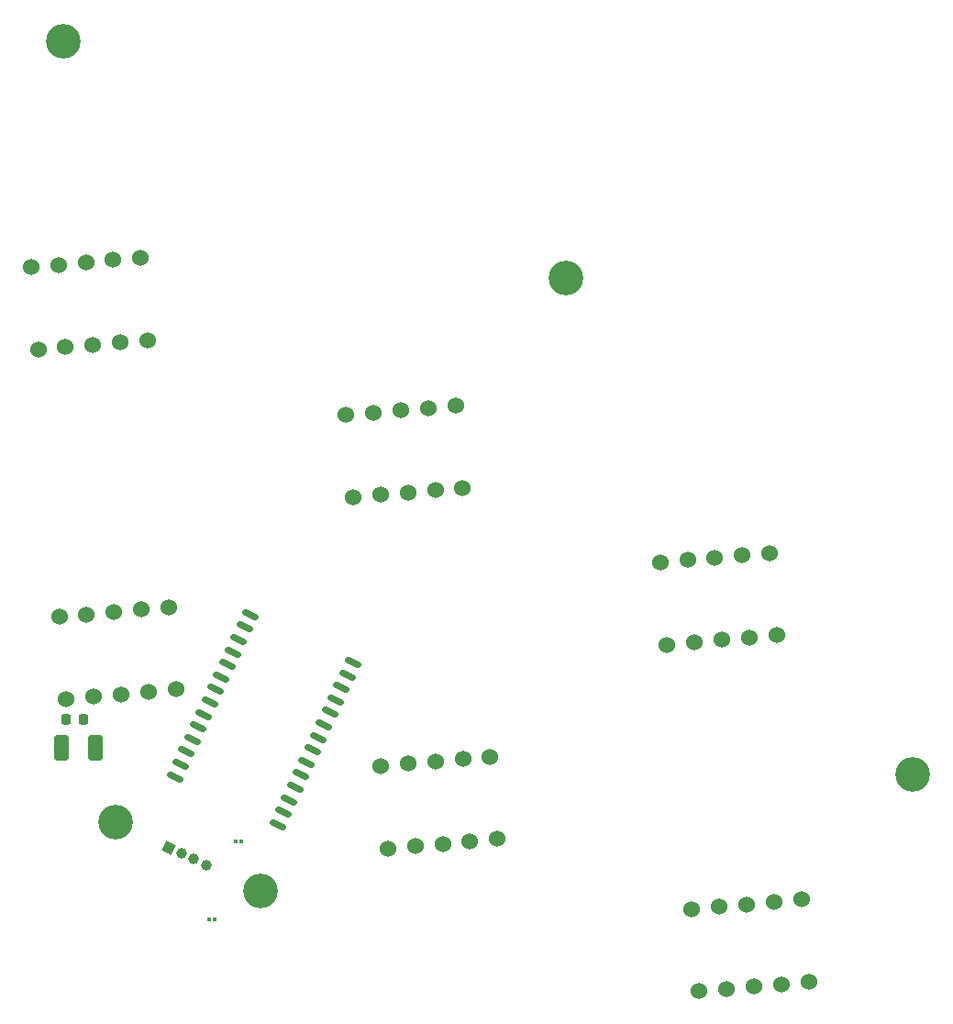
<source format=gbr>
%TF.GenerationSoftware,KiCad,Pcbnew,7.0.10-7.0.10~ubuntu22.04.1*%
%TF.CreationDate,2025-04-20T12:02:29+07:00*%
%TF.ProjectId,catan100,63617461-6e31-4303-902e-6b696361645f,rev?*%
%TF.SameCoordinates,Original*%
%TF.FileFunction,Soldermask,Bot*%
%TF.FilePolarity,Negative*%
%FSLAX46Y46*%
G04 Gerber Fmt 4.6, Leading zero omitted, Abs format (unit mm)*
G04 Created by KiCad (PCBNEW 7.0.10-7.0.10~ubuntu22.04.1) date 2025-04-20 12:02:29*
%MOMM*%
%LPD*%
G01*
G04 APERTURE LIST*
G04 Aperture macros list*
%AMRoundRect*
0 Rectangle with rounded corners*
0 $1 Rounding radius*
0 $2 $3 $4 $5 $6 $7 $8 $9 X,Y pos of 4 corners*
0 Add a 4 corners polygon primitive as box body*
4,1,4,$2,$3,$4,$5,$6,$7,$8,$9,$2,$3,0*
0 Add four circle primitives for the rounded corners*
1,1,$1+$1,$2,$3*
1,1,$1+$1,$4,$5*
1,1,$1+$1,$6,$7*
1,1,$1+$1,$8,$9*
0 Add four rect primitives between the rounded corners*
20,1,$1+$1,$2,$3,$4,$5,0*
20,1,$1+$1,$4,$5,$6,$7,0*
20,1,$1+$1,$6,$7,$8,$9,0*
20,1,$1+$1,$8,$9,$2,$3,0*%
%AMHorizOval*
0 Thick line with rounded ends*
0 $1 width*
0 $2 $3 position (X,Y) of the first rounded end (center of the circle)*
0 $4 $5 position (X,Y) of the second rounded end (center of the circle)*
0 Add line between two ends*
20,1,$1,$2,$3,$4,$5,0*
0 Add two circle primitives to create the rounded ends*
1,1,$1,$2,$3*
1,1,$1,$4,$5*%
%AMRotRect*
0 Rectangle, with rotation*
0 The origin of the aperture is its center*
0 $1 length*
0 $2 width*
0 $3 Rotation angle, in degrees counterclockwise*
0 Add horizontal line*
21,1,$1,$2,0,0,$3*%
G04 Aperture macros list end*
%ADD10C,3.200000*%
%ADD11C,1.524000*%
%ADD12RotRect,1.000000X1.000000X245.000000*%
%ADD13HorizOval,1.000000X0.000000X0.000000X0.000000X0.000000X0*%
%ADD14RoundRect,0.075000X0.125000X0.075000X-0.125000X0.075000X-0.125000X-0.075000X0.125000X-0.075000X0*%
%ADD15RoundRect,0.225000X0.225000X0.250000X-0.225000X0.250000X-0.225000X-0.250000X0.225000X-0.250000X0*%
%ADD16RoundRect,0.150000X0.652493X-0.138756X-0.525707X0.410648X-0.652493X0.138756X0.525707X-0.410648X0*%
%ADD17RoundRect,0.250000X0.412500X0.925000X-0.412500X0.925000X-0.412500X-0.925000X0.412500X-0.925000X0*%
%ADD18RoundRect,0.075000X-0.125000X-0.075000X0.125000X-0.075000X0.125000X0.075000X-0.125000X0.075000X0*%
G04 APERTURE END LIST*
D10*
%TO.C,H2*%
X208600000Y-58800000D03*
%TD*%
D11*
%TO.C,U4*%
X217942788Y-92676506D03*
X220473123Y-92455130D03*
X223003457Y-92233755D03*
X225533792Y-92012379D03*
X228064126Y-91791004D03*
X227400000Y-84200000D03*
X224869665Y-84421376D03*
X222339331Y-84642751D03*
X219808996Y-84864127D03*
X217278662Y-85085502D03*
%TD*%
%TO.C,U6*%
X192142788Y-111476506D03*
X194673123Y-111255130D03*
X197203457Y-111033755D03*
X199733792Y-110812379D03*
X202264126Y-110591004D03*
X201600000Y-103000000D03*
X199069665Y-103221376D03*
X196539331Y-103442751D03*
X194008996Y-103664127D03*
X191478662Y-103885502D03*
%TD*%
D10*
%TO.C,H1*%
X162200000Y-37000000D03*
%TD*%
D11*
%TO.C,U7*%
X220873123Y-124655130D03*
X223403458Y-124433754D03*
X225933792Y-124212379D03*
X228464127Y-123991003D03*
X230994461Y-123769628D03*
X230330335Y-116178624D03*
X227800000Y-116400000D03*
X225269666Y-116621375D03*
X222739331Y-116842751D03*
X220208997Y-117064126D03*
%TD*%
%TO.C,U2*%
X159871394Y-65438253D03*
X162401729Y-65216877D03*
X164932063Y-64995502D03*
X167462398Y-64774126D03*
X169992732Y-64552751D03*
X169328606Y-56961747D03*
X166798271Y-57183123D03*
X164267937Y-57404498D03*
X161737602Y-57625874D03*
X159207268Y-57847249D03*
%TD*%
%TO.C,U3*%
X188942788Y-79076506D03*
X191473123Y-78855130D03*
X194003457Y-78633755D03*
X196533792Y-78412379D03*
X199064126Y-78191004D03*
X198400000Y-70600000D03*
X195869665Y-70821376D03*
X193339331Y-71042751D03*
X190808996Y-71264127D03*
X188278662Y-71485502D03*
%TD*%
D10*
%TO.C,H4*%
X167000000Y-109000000D03*
%TD*%
%TO.C,H5*%
X180400000Y-115400000D03*
%TD*%
D11*
%TO.C,U5*%
X162478662Y-97685502D03*
X165008997Y-97464126D03*
X167539331Y-97242751D03*
X170069666Y-97021375D03*
X172600000Y-96800000D03*
X171935874Y-89208996D03*
X169405539Y-89430372D03*
X166875205Y-89651747D03*
X164344870Y-89873123D03*
X161814536Y-90094498D03*
%TD*%
D10*
%TO.C,H3*%
X240600000Y-104600000D03*
%TD*%
D12*
%TO.C,J1*%
X171946967Y-111389824D03*
D13*
X173097978Y-111926549D03*
X174248989Y-112463274D03*
X175400000Y-113000000D03*
%TD*%
D14*
%TO.C,R2*%
X176175000Y-118000000D03*
X175675000Y-118000000D03*
%TD*%
D15*
%TO.C,C1*%
X164030000Y-99600000D03*
X162480000Y-99600000D03*
%TD*%
D16*
%TO.C,U1*%
X188944367Y-94314339D03*
X188407642Y-95465350D03*
X187870917Y-96616361D03*
X187334191Y-97767372D03*
X186797466Y-98918383D03*
X186260741Y-100069393D03*
X185724016Y-101220404D03*
X185187291Y-102371415D03*
X184650565Y-103522426D03*
X184113840Y-104673437D03*
X183577115Y-105824448D03*
X183040390Y-106975459D03*
X182503665Y-108126470D03*
X181966939Y-109277481D03*
X172496023Y-104861120D03*
X173032748Y-103710109D03*
X173569474Y-102559098D03*
X174106199Y-101408087D03*
X174642924Y-100257076D03*
X175179649Y-99106065D03*
X175716374Y-97955054D03*
X176253099Y-96804044D03*
X176789825Y-95653033D03*
X177326550Y-94502022D03*
X177863275Y-93351011D03*
X178400000Y-92200000D03*
X178936725Y-91048989D03*
X179473451Y-89897978D03*
%TD*%
D17*
%TO.C,C2*%
X165137500Y-102200000D03*
X162062500Y-102200000D03*
%TD*%
D18*
%TO.C,R1*%
X178100000Y-110800000D03*
X178600000Y-110800000D03*
%TD*%
M02*

</source>
